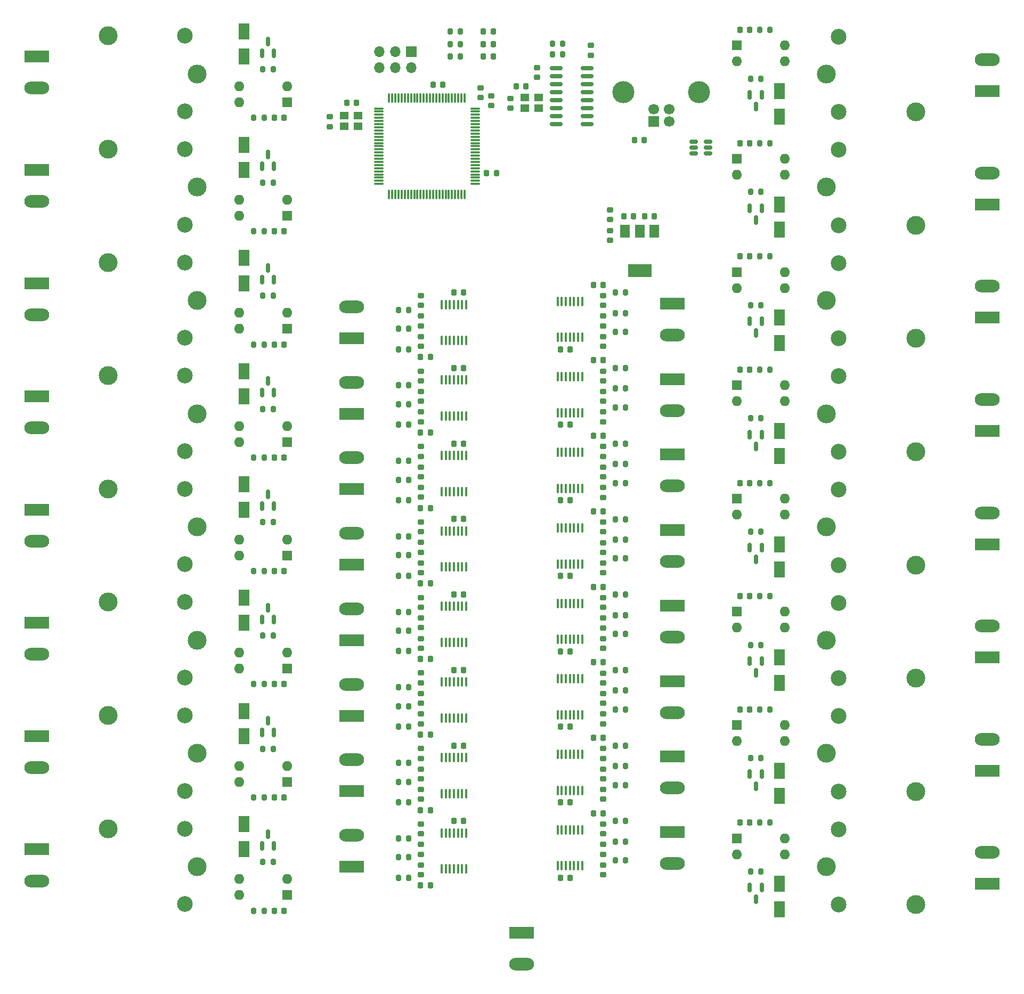
<source format=gbr>
%TF.GenerationSoftware,KiCad,Pcbnew,(6.0.7-1)-1*%
%TF.CreationDate,2023-01-13T01:44:41+01:00*%
%TF.ProjectId,Astraveus_Testtech,41737472-6176-4657-9573-5f5465737474,0.1*%
%TF.SameCoordinates,Original*%
%TF.FileFunction,Soldermask,Top*%
%TF.FilePolarity,Negative*%
%FSLAX46Y46*%
G04 Gerber Fmt 4.6, Leading zero omitted, Abs format (unit mm)*
G04 Created by KiCad (PCBNEW (6.0.7-1)-1) date 2023-01-13 01:44:41*
%MOMM*%
%LPD*%
G01*
G04 APERTURE LIST*
G04 Aperture macros list*
%AMRoundRect*
0 Rectangle with rounded corners*
0 $1 Rounding radius*
0 $2 $3 $4 $5 $6 $7 $8 $9 X,Y pos of 4 corners*
0 Add a 4 corners polygon primitive as box body*
4,1,4,$2,$3,$4,$5,$6,$7,$8,$9,$2,$3,0*
0 Add four circle primitives for the rounded corners*
1,1,$1+$1,$2,$3*
1,1,$1+$1,$4,$5*
1,1,$1+$1,$6,$7*
1,1,$1+$1,$8,$9*
0 Add four rect primitives between the rounded corners*
20,1,$1+$1,$2,$3,$4,$5,0*
20,1,$1+$1,$4,$5,$6,$7,0*
20,1,$1+$1,$6,$7,$8,$9,0*
20,1,$1+$1,$8,$9,$2,$3,0*%
G04 Aperture macros list end*
%ADD10RoundRect,0.225000X-0.225000X-0.250000X0.225000X-0.250000X0.225000X0.250000X-0.225000X0.250000X0*%
%ADD11RoundRect,0.225000X0.250000X-0.225000X0.250000X0.225000X-0.250000X0.225000X-0.250000X-0.225000X0*%
%ADD12RoundRect,0.200000X0.200000X0.275000X-0.200000X0.275000X-0.200000X-0.275000X0.200000X-0.275000X0*%
%ADD13R,3.960000X1.980000*%
%ADD14O,3.960000X1.980000*%
%ADD15C,3.000000*%
%ADD16C,2.500000*%
%ADD17RoundRect,0.225000X-0.250000X0.225000X-0.250000X-0.225000X0.250000X-0.225000X0.250000X0.225000X0*%
%ADD18RoundRect,0.218750X-0.218750X-0.256250X0.218750X-0.256250X0.218750X0.256250X-0.218750X0.256250X0*%
%ADD19RoundRect,0.218750X0.218750X0.256250X-0.218750X0.256250X-0.218750X-0.256250X0.218750X-0.256250X0*%
%ADD20RoundRect,0.200000X-0.200000X-0.275000X0.200000X-0.275000X0.200000X0.275000X-0.200000X0.275000X0*%
%ADD21R,1.600000X1.600000*%
%ADD22O,1.600000X1.600000*%
%ADD23RoundRect,0.150000X-0.150000X0.587500X-0.150000X-0.587500X0.150000X-0.587500X0.150000X0.587500X0*%
%ADD24R,1.700000X1.700000*%
%ADD25C,1.700000*%
%ADD26C,3.500000*%
%ADD27RoundRect,0.225000X0.225000X0.250000X-0.225000X0.250000X-0.225000X-0.250000X0.225000X-0.250000X0*%
%ADD28RoundRect,0.100000X-0.100000X0.637500X-0.100000X-0.637500X0.100000X-0.637500X0.100000X0.637500X0*%
%ADD29RoundRect,0.150000X0.150000X-0.587500X0.150000X0.587500X-0.150000X0.587500X-0.150000X-0.587500X0*%
%ADD30RoundRect,0.100000X0.100000X-0.637500X0.100000X0.637500X-0.100000X0.637500X-0.100000X-0.637500X0*%
%ADD31R,1.800000X2.500000*%
%ADD32RoundRect,0.150000X-0.825000X-0.150000X0.825000X-0.150000X0.825000X0.150000X-0.825000X0.150000X0*%
%ADD33R,1.400000X1.200000*%
%ADD34R,1.500000X2.000000*%
%ADD35R,3.800000X2.000000*%
%ADD36RoundRect,0.150000X-0.512500X-0.150000X0.512500X-0.150000X0.512500X0.150000X-0.512500X0.150000X0*%
%ADD37RoundRect,0.075000X-0.075000X0.662500X-0.075000X-0.662500X0.075000X-0.662500X0.075000X0.662500X0*%
%ADD38RoundRect,0.075000X-0.662500X0.075000X-0.662500X-0.075000X0.662500X-0.075000X0.662500X0.075000X0*%
%ADD39O,1.700000X1.700000*%
G04 APERTURE END LIST*
D10*
%TO.C,C14*%
X126300000Y-86650000D03*
X127850000Y-86650000D03*
%TD*%
D11*
%TO.C,C85*%
X119718750Y-172787500D03*
X119718750Y-171237500D03*
%TD*%
D12*
%TO.C,R75*%
X67325000Y-153250000D03*
X65675000Y-153250000D03*
%TD*%
D13*
%TO.C,J27*%
X180750000Y-120750000D03*
D14*
X180750000Y-115750000D03*
%TD*%
D13*
%TO.C,J9*%
X130718750Y-124500000D03*
D14*
X130718750Y-129500000D03*
%TD*%
D15*
%TO.C,K11*%
X55250000Y-154000000D03*
D16*
X53300000Y-147950000D03*
D15*
X41100000Y-147950000D03*
D16*
X53300000Y-159950000D03*
%TD*%
D12*
%TO.C,R39*%
X123293750Y-165012500D03*
X121643750Y-165012500D03*
%TD*%
D13*
%TO.C,J26*%
X29750000Y-115250000D03*
D14*
X29750000Y-120250000D03*
%TD*%
D12*
%TO.C,R66*%
X65875000Y-125000000D03*
X64225000Y-125000000D03*
%TD*%
D11*
%TO.C,C11*%
X105000000Y-69475000D03*
X105000000Y-67925000D03*
%TD*%
D17*
%TO.C,C70*%
X90779879Y-165725000D03*
X90779879Y-167275000D03*
%TD*%
D18*
%TO.C,D2*%
X100712500Y-59250000D03*
X102287500Y-59250000D03*
%TD*%
D13*
%TO.C,J5*%
X130718750Y-100500000D03*
D14*
X130718750Y-105500000D03*
%TD*%
D19*
%TO.C,D29*%
X69037500Y-179000000D03*
X67462500Y-179000000D03*
%TD*%
D20*
%TO.C,R8*%
X87204879Y-107750000D03*
X88854879Y-107750000D03*
%TD*%
D11*
%TO.C,C73*%
X119718750Y-167287500D03*
X119718750Y-165737500D03*
%TD*%
D21*
%TO.C,U25*%
X69500000Y-104525000D03*
D22*
X69500000Y-101985000D03*
X61880000Y-101985000D03*
X61880000Y-104525000D03*
%TD*%
D21*
%TO.C,U35*%
X69500000Y-194525000D03*
D22*
X69500000Y-191985000D03*
X61880000Y-191985000D03*
X61880000Y-194525000D03*
%TD*%
D20*
%TO.C,R80*%
X144625000Y-165000000D03*
X146275000Y-165000000D03*
%TD*%
D23*
%TO.C,Q8*%
X144950000Y-121312500D03*
X143050000Y-121312500D03*
X144000000Y-123187500D03*
%TD*%
D13*
%TO.C,J24*%
X29750000Y-97250000D03*
D14*
X29750000Y-102250000D03*
%TD*%
D21*
%TO.C,U33*%
X69500000Y-176525000D03*
D22*
X69500000Y-173985000D03*
X61880000Y-173985000D03*
X61880000Y-176525000D03*
%TD*%
D12*
%TO.C,R17*%
X123293750Y-110762500D03*
X121643750Y-110762500D03*
%TD*%
D24*
%TO.C,J2*%
X127750000Y-71577500D03*
D25*
X130250000Y-71577500D03*
X130250000Y-69577500D03*
X127750000Y-69577500D03*
D26*
X135020000Y-66867500D03*
X122980000Y-66867500D03*
%TD*%
D11*
%TO.C,C9*%
X117750000Y-61025000D03*
X117750000Y-59475000D03*
%TD*%
D12*
%TO.C,R35*%
X123293750Y-146762500D03*
X121643750Y-146762500D03*
%TD*%
D11*
%TO.C,C3*%
X100250000Y-67750000D03*
X100250000Y-66200000D03*
%TD*%
D17*
%TO.C,C49*%
X90779879Y-138475000D03*
X90779879Y-140025000D03*
%TD*%
D19*
%TO.C,D33*%
X69037500Y-197000000D03*
X67462500Y-197000000D03*
%TD*%
D20*
%TO.C,R6*%
X87204879Y-101500000D03*
X88854879Y-101500000D03*
%TD*%
D12*
%TO.C,R55*%
X67325000Y-63250000D03*
X65675000Y-63250000D03*
%TD*%
D20*
%TO.C,R24*%
X87204879Y-137500000D03*
X88854879Y-137500000D03*
%TD*%
%TO.C,R49*%
X87204879Y-188500000D03*
X88854879Y-188500000D03*
%TD*%
D12*
%TO.C,R40*%
X123293750Y-162012500D03*
X121643750Y-162012500D03*
%TD*%
D20*
%TO.C,R73*%
X143175000Y-136750000D03*
X144825000Y-136750000D03*
%TD*%
D12*
%TO.C,R70*%
X65875000Y-143000000D03*
X64225000Y-143000000D03*
%TD*%
D11*
%TO.C,C65*%
X119718750Y-148787500D03*
X119718750Y-147237500D03*
%TD*%
D20*
%TO.C,R2*%
X111662500Y-59175000D03*
X113312500Y-59175000D03*
%TD*%
D27*
%TO.C,C4*%
X94250000Y-65735000D03*
X92700000Y-65735000D03*
%TD*%
D12*
%TO.C,R27*%
X123293750Y-141012500D03*
X121643750Y-141012500D03*
%TD*%
D28*
%TO.C,U5*%
X97979879Y-100637500D03*
X97329879Y-100637500D03*
X96679879Y-100637500D03*
X96029879Y-100637500D03*
X95379879Y-100637500D03*
X94729879Y-100637500D03*
X94079879Y-100637500D03*
X94079879Y-106362500D03*
X94729879Y-106362500D03*
X95379879Y-106362500D03*
X96029879Y-106362500D03*
X96679879Y-106362500D03*
X97329879Y-106362500D03*
X97979879Y-106362500D03*
%TD*%
D18*
%TO.C,D11*%
X141462500Y-75000000D03*
X143037500Y-75000000D03*
%TD*%
D29*
%TO.C,Q1*%
X65550000Y-60687500D03*
X67450000Y-60687500D03*
X66500000Y-58812500D03*
%TD*%
D17*
%TO.C,C40*%
X90779879Y-129725000D03*
X90779879Y-131275000D03*
%TD*%
D21*
%TO.C,U28*%
X141000000Y-113475000D03*
D22*
X141000000Y-116015000D03*
X148620000Y-116015000D03*
X148620000Y-113475000D03*
%TD*%
D10*
%TO.C,C57*%
X90725000Y-157000000D03*
X92275000Y-157000000D03*
%TD*%
D20*
%TO.C,R64*%
X144625000Y-93000000D03*
X146275000Y-93000000D03*
%TD*%
D12*
%TO.C,R29*%
X123293750Y-134762500D03*
X121643750Y-134762500D03*
%TD*%
D11*
%TO.C,C44*%
X119718750Y-128037500D03*
X119718750Y-126487500D03*
%TD*%
D15*
%TO.C,K9*%
X55250000Y-136000000D03*
D16*
X53300000Y-129950000D03*
D15*
X41100000Y-129950000D03*
D16*
X53300000Y-141950000D03*
%TD*%
D13*
%TO.C,J11*%
X130718750Y-136500000D03*
D14*
X130718750Y-141500000D03*
%TD*%
D20*
%TO.C,R37*%
X87204879Y-164500000D03*
X88854879Y-164500000D03*
%TD*%
D29*
%TO.C,Q15*%
X65550000Y-186687500D03*
X67450000Y-186687500D03*
X66500000Y-184812500D03*
%TD*%
D21*
%TO.C,U22*%
X141000000Y-59475000D03*
D22*
X141000000Y-62015000D03*
X148620000Y-62015000D03*
X148620000Y-59475000D03*
%TD*%
D30*
%TO.C,U10*%
X112518750Y-129875000D03*
X113168750Y-129875000D03*
X113818750Y-129875000D03*
X114468750Y-129875000D03*
X115118750Y-129875000D03*
X115768750Y-129875000D03*
X116418750Y-129875000D03*
X116418750Y-124150000D03*
X115768750Y-124150000D03*
X115118750Y-124150000D03*
X114468750Y-124150000D03*
X113818750Y-124150000D03*
X113168750Y-124150000D03*
X112518750Y-124150000D03*
%TD*%
D15*
%TO.C,K13*%
X55250000Y-172000000D03*
D16*
X53300000Y-165950000D03*
D15*
X41100000Y-165950000D03*
D16*
X53300000Y-177950000D03*
%TD*%
D11*
%TO.C,C23*%
X119718750Y-107287500D03*
X119718750Y-105737500D03*
%TD*%
D15*
%TO.C,K8*%
X155250000Y-118000000D03*
D16*
X157200000Y-124050000D03*
D15*
X169400000Y-124050000D03*
D16*
X157200000Y-112050000D03*
%TD*%
D27*
%TO.C,C72*%
X119773629Y-157512500D03*
X118223629Y-157512500D03*
%TD*%
D11*
%TO.C,C54*%
X119718750Y-140037500D03*
X119718750Y-138487500D03*
%TD*%
D15*
%TO.C,K5*%
X55250000Y-100000000D03*
D16*
X53300000Y-93950000D03*
D15*
X41100000Y-93950000D03*
D16*
X53300000Y-105950000D03*
%TD*%
D10*
%TO.C,C17*%
X90725000Y-109000000D03*
X92275000Y-109000000D03*
%TD*%
D27*
%TO.C,C36*%
X97554879Y-122750000D03*
X96004879Y-122750000D03*
%TD*%
D12*
%TO.C,R28*%
X123293750Y-138012500D03*
X121643750Y-138012500D03*
%TD*%
%TO.C,R58*%
X65875000Y-89000000D03*
X64225000Y-89000000D03*
%TD*%
D18*
%TO.C,D3*%
X100712500Y-57250000D03*
X102287500Y-57250000D03*
%TD*%
D28*
%TO.C,U15*%
X97979879Y-160637500D03*
X97329879Y-160637500D03*
X96679879Y-160637500D03*
X96029879Y-160637500D03*
X95379879Y-160637500D03*
X94729879Y-160637500D03*
X94079879Y-160637500D03*
X94079879Y-166362500D03*
X94729879Y-166362500D03*
X95379879Y-166362500D03*
X96029879Y-166362500D03*
X96679879Y-166362500D03*
X97329879Y-166362500D03*
X97979879Y-166362500D03*
%TD*%
D27*
%TO.C,C7*%
X126275000Y-74500000D03*
X124725000Y-74500000D03*
%TD*%
D12*
%TO.C,R82*%
X65875000Y-197000000D03*
X64225000Y-197000000D03*
%TD*%
D11*
%TO.C,C75*%
X119718750Y-160787500D03*
X119718750Y-159237500D03*
%TD*%
D10*
%TO.C,C37*%
X90725000Y-133000000D03*
X92275000Y-133000000D03*
%TD*%
%TO.C,C41*%
X112943750Y-131762500D03*
X114493750Y-131762500D03*
%TD*%
D17*
%TO.C,C69*%
X90779879Y-162475000D03*
X90779879Y-164025000D03*
%TD*%
%TO.C,C59*%
X90779879Y-150475000D03*
X90779879Y-152025000D03*
%TD*%
D13*
%TO.C,J3*%
X106750000Y-200485000D03*
D14*
X106750000Y-205485000D03*
%TD*%
D12*
%TO.C,R83*%
X67325000Y-189250000D03*
X65675000Y-189250000D03*
%TD*%
D31*
%TO.C,D10*%
X147800000Y-84750000D03*
X147800000Y-88750000D03*
%TD*%
%TO.C,D18*%
X147800000Y-120750000D03*
X147800000Y-124750000D03*
%TD*%
D27*
%TO.C,C10*%
X107500000Y-65950000D03*
X105950000Y-65950000D03*
%TD*%
D31*
%TO.C,D34*%
X147800000Y-192750000D03*
X147800000Y-196750000D03*
%TD*%
D29*
%TO.C,Q3*%
X65550000Y-78687500D03*
X67450000Y-78687500D03*
X66500000Y-76812500D03*
%TD*%
D20*
%TO.C,R65*%
X143175000Y-100750000D03*
X144825000Y-100750000D03*
%TD*%
D13*
%TO.C,J23*%
X180750000Y-84750000D03*
D14*
X180750000Y-79750000D03*
%TD*%
D20*
%TO.C,R81*%
X143175000Y-172750000D03*
X144825000Y-172750000D03*
%TD*%
D13*
%TO.C,J16*%
X79779879Y-178012500D03*
D14*
X79779879Y-173012500D03*
%TD*%
D31*
%TO.C,D6*%
X147800000Y-66750000D03*
X147800000Y-70750000D03*
%TD*%
D13*
%TO.C,J28*%
X29750000Y-133250000D03*
D14*
X29750000Y-138250000D03*
%TD*%
D28*
%TO.C,U17*%
X97979879Y-172637500D03*
X97329879Y-172637500D03*
X96679879Y-172637500D03*
X96029879Y-172637500D03*
X95379879Y-172637500D03*
X94729879Y-172637500D03*
X94079879Y-172637500D03*
X94079879Y-178362500D03*
X94729879Y-178362500D03*
X95379879Y-178362500D03*
X96029879Y-178362500D03*
X96679879Y-178362500D03*
X97329879Y-178362500D03*
X97979879Y-178362500D03*
%TD*%
D17*
%TO.C,C1*%
X102000000Y-67475000D03*
X102000000Y-69025000D03*
%TD*%
D21*
%TO.C,U23*%
X69500000Y-86525000D03*
D22*
X69500000Y-83985000D03*
X61880000Y-83985000D03*
X61880000Y-86525000D03*
%TD*%
D20*
%TO.C,R30*%
X87204879Y-149500000D03*
X88854879Y-149500000D03*
%TD*%
D13*
%TO.C,J14*%
X79779879Y-166012500D03*
D14*
X79779879Y-161012500D03*
%TD*%
D27*
%TO.C,C42*%
X119773629Y-121512500D03*
X118223629Y-121512500D03*
%TD*%
D13*
%TO.C,J7*%
X130718750Y-112500000D03*
D14*
X130718750Y-117500000D03*
%TD*%
D23*
%TO.C,Q16*%
X144950000Y-193312500D03*
X143050000Y-193312500D03*
X144000000Y-195187500D03*
%TD*%
D11*
%TO.C,C25*%
X119718750Y-100787500D03*
X119718750Y-99237500D03*
%TD*%
D13*
%TO.C,J30*%
X29750000Y-151250000D03*
D14*
X29750000Y-156250000D03*
%TD*%
D12*
%TO.C,R45*%
X123293750Y-177012500D03*
X121643750Y-177012500D03*
%TD*%
D27*
%TO.C,C6*%
X80550000Y-68600000D03*
X79000000Y-68600000D03*
%TD*%
D20*
%TO.C,R56*%
X144625000Y-57000000D03*
X146275000Y-57000000D03*
%TD*%
D21*
%TO.C,U27*%
X69500000Y-122525000D03*
D22*
X69500000Y-119985000D03*
X61880000Y-119985000D03*
X61880000Y-122525000D03*
%TD*%
D11*
%TO.C,C45*%
X119718750Y-124787500D03*
X119718750Y-123237500D03*
%TD*%
D21*
%TO.C,U26*%
X141000000Y-95475000D03*
D22*
X141000000Y-98015000D03*
X148620000Y-98015000D03*
X148620000Y-95475000D03*
%TD*%
D11*
%TO.C,C24*%
X119718750Y-104037500D03*
X119718750Y-102487500D03*
%TD*%
D17*
%TO.C,C18*%
X90779879Y-99225000D03*
X90779879Y-100775000D03*
%TD*%
D23*
%TO.C,Q4*%
X144950000Y-85312500D03*
X143050000Y-85312500D03*
X144000000Y-87187500D03*
%TD*%
D31*
%TO.C,D8*%
X62700000Y-79250000D03*
X62700000Y-75250000D03*
%TD*%
D27*
%TO.C,C52*%
X119773629Y-133512500D03*
X118223629Y-133512500D03*
%TD*%
D11*
%TO.C,C33*%
X119718750Y-119287500D03*
X119718750Y-117737500D03*
%TD*%
D17*
%TO.C,C90*%
X90779879Y-189725000D03*
X90779879Y-191275000D03*
%TD*%
D10*
%TO.C,C77*%
X90725000Y-181000000D03*
X92275000Y-181000000D03*
%TD*%
D20*
%TO.C,R42*%
X87204879Y-173500000D03*
X88854879Y-173500000D03*
%TD*%
D28*
%TO.C,U19*%
X97979879Y-184637500D03*
X97329879Y-184637500D03*
X96679879Y-184637500D03*
X96029879Y-184637500D03*
X95379879Y-184637500D03*
X94729879Y-184637500D03*
X94079879Y-184637500D03*
X94079879Y-190362500D03*
X94729879Y-190362500D03*
X95379879Y-190362500D03*
X96029879Y-190362500D03*
X96679879Y-190362500D03*
X97329879Y-190362500D03*
X97979879Y-190362500D03*
%TD*%
D20*
%TO.C,R69*%
X143175000Y-118750000D03*
X144825000Y-118750000D03*
%TD*%
D17*
%TO.C,C58*%
X90779879Y-147225000D03*
X90779879Y-148775000D03*
%TD*%
D12*
%TO.C,R67*%
X67325000Y-117250000D03*
X65675000Y-117250000D03*
%TD*%
%TO.C,R59*%
X67325000Y-81250000D03*
X65675000Y-81250000D03*
%TD*%
D15*
%TO.C,K7*%
X55250000Y-118000000D03*
D16*
X53300000Y-111950000D03*
D15*
X41100000Y-111950000D03*
D16*
X53300000Y-123950000D03*
%TD*%
D17*
%TO.C,C12*%
X120800000Y-88900000D03*
X120800000Y-90450000D03*
%TD*%
D29*
%TO.C,Q13*%
X65550000Y-168687500D03*
X67450000Y-168687500D03*
X66500000Y-166812500D03*
%TD*%
D17*
%TO.C,C20*%
X90779879Y-105725000D03*
X90779879Y-107275000D03*
%TD*%
D11*
%TO.C,C34*%
X119718750Y-116037500D03*
X119718750Y-114487500D03*
%TD*%
D23*
%TO.C,Q6*%
X144950000Y-103312500D03*
X143050000Y-103312500D03*
X144000000Y-105187500D03*
%TD*%
D13*
%TO.C,J31*%
X180750000Y-156750000D03*
D14*
X180750000Y-151750000D03*
%TD*%
D20*
%TO.C,R18*%
X87204879Y-125500000D03*
X88854879Y-125500000D03*
%TD*%
D13*
%TO.C,J20*%
X29750000Y-61250000D03*
D14*
X29750000Y-66250000D03*
%TD*%
D29*
%TO.C,Q5*%
X65550000Y-96687500D03*
X67450000Y-96687500D03*
X66500000Y-94812500D03*
%TD*%
D10*
%TO.C,C51*%
X112943750Y-143762500D03*
X114493750Y-143762500D03*
%TD*%
D27*
%TO.C,C15*%
X124575000Y-86650000D03*
X123025000Y-86650000D03*
%TD*%
D18*
%TO.C,D1*%
X100712500Y-61250000D03*
X102287500Y-61250000D03*
%TD*%
D17*
%TO.C,C28*%
X90779879Y-111225000D03*
X90779879Y-112775000D03*
%TD*%
D12*
%TO.C,R53*%
X123293750Y-182762500D03*
X121643750Y-182762500D03*
%TD*%
D13*
%TO.C,J6*%
X79779879Y-118012500D03*
D14*
X79779879Y-113012500D03*
%TD*%
D12*
%TO.C,R16*%
X123293750Y-114012500D03*
X121643750Y-114012500D03*
%TD*%
D31*
%TO.C,D14*%
X147800000Y-102750000D03*
X147800000Y-106750000D03*
%TD*%
D10*
%TO.C,C47*%
X90725000Y-145000000D03*
X92275000Y-145000000D03*
%TD*%
D12*
%TO.C,R74*%
X65875000Y-161000000D03*
X64225000Y-161000000D03*
%TD*%
D27*
%TO.C,C86*%
X97554879Y-182750000D03*
X96004879Y-182750000D03*
%TD*%
D20*
%TO.C,R14*%
X87204879Y-119750000D03*
X88854879Y-119750000D03*
%TD*%
%TO.C,R12*%
X87204879Y-113500000D03*
X88854879Y-113500000D03*
%TD*%
%TO.C,R76*%
X144625000Y-147000000D03*
X146275000Y-147000000D03*
%TD*%
D13*
%TO.C,J29*%
X180750000Y-138750000D03*
D14*
X180750000Y-133750000D03*
%TD*%
D19*
%TO.C,D13*%
X69037500Y-107000000D03*
X67462500Y-107000000D03*
%TD*%
D15*
%TO.C,K1*%
X55250000Y-64000000D03*
D16*
X53300000Y-57950000D03*
D15*
X41100000Y-57950000D03*
D16*
X53300000Y-69950000D03*
%TD*%
D30*
%TO.C,U8*%
X112518750Y-117875000D03*
X113168750Y-117875000D03*
X113818750Y-117875000D03*
X114468750Y-117875000D03*
X115118750Y-117875000D03*
X115768750Y-117875000D03*
X116418750Y-117875000D03*
X116418750Y-112150000D03*
X115768750Y-112150000D03*
X115118750Y-112150000D03*
X114468750Y-112150000D03*
X113818750Y-112150000D03*
X113168750Y-112150000D03*
X112518750Y-112150000D03*
%TD*%
D28*
%TO.C,U9*%
X97979879Y-124637500D03*
X97329879Y-124637500D03*
X96679879Y-124637500D03*
X96029879Y-124637500D03*
X95379879Y-124637500D03*
X94729879Y-124637500D03*
X94079879Y-124637500D03*
X94079879Y-130362500D03*
X94729879Y-130362500D03*
X95379879Y-130362500D03*
X96029879Y-130362500D03*
X96679879Y-130362500D03*
X97329879Y-130362500D03*
X97979879Y-130362500D03*
%TD*%
D13*
%TO.C,J34*%
X29750000Y-187250000D03*
D14*
X29750000Y-192250000D03*
%TD*%
D12*
%TO.C,R63*%
X67325000Y-99250000D03*
X65675000Y-99250000D03*
%TD*%
D27*
%TO.C,C66*%
X97554879Y-158750000D03*
X96004879Y-158750000D03*
%TD*%
D31*
%TO.C,D16*%
X62700000Y-115250000D03*
X62700000Y-111250000D03*
%TD*%
D12*
%TO.C,R78*%
X65875000Y-179000000D03*
X64225000Y-179000000D03*
%TD*%
%TO.C,R47*%
X123293750Y-170762500D03*
X121643750Y-170762500D03*
%TD*%
D27*
%TO.C,C82*%
X119773629Y-169512500D03*
X118223629Y-169512500D03*
%TD*%
D13*
%TO.C,J22*%
X29750000Y-79250000D03*
D14*
X29750000Y-84250000D03*
%TD*%
D11*
%TO.C,C93*%
X119718750Y-191287500D03*
X119718750Y-189737500D03*
%TD*%
D29*
%TO.C,Q7*%
X65550000Y-114687500D03*
X67450000Y-114687500D03*
X66500000Y-112812500D03*
%TD*%
D13*
%TO.C,J19*%
X130718750Y-184500000D03*
D14*
X130718750Y-189500000D03*
%TD*%
D20*
%TO.C,R84*%
X144625000Y-183000000D03*
X146275000Y-183000000D03*
%TD*%
D27*
%TO.C,C32*%
X119773629Y-109512500D03*
X118223629Y-109512500D03*
%TD*%
D19*
%TO.C,D9*%
X69037500Y-89000000D03*
X67462500Y-89000000D03*
%TD*%
D13*
%TO.C,J35*%
X180750000Y-192750000D03*
D14*
X180750000Y-187750000D03*
%TD*%
D13*
%TO.C,J21*%
X180750000Y-66749999D03*
D14*
X180750000Y-61749999D03*
%TD*%
D23*
%TO.C,Q10*%
X144950000Y-139312500D03*
X143050000Y-139312500D03*
X144000000Y-141187500D03*
%TD*%
D21*
%TO.C,U24*%
X141000000Y-77475000D03*
D22*
X141000000Y-80015000D03*
X148620000Y-80015000D03*
X148620000Y-77475000D03*
%TD*%
D27*
%TO.C,C62*%
X119773629Y-145512500D03*
X118223629Y-145512500D03*
%TD*%
D17*
%TO.C,C48*%
X90779879Y-135225000D03*
X90779879Y-136775000D03*
%TD*%
%TO.C,C19*%
X90779879Y-102475000D03*
X90779879Y-104025000D03*
%TD*%
D11*
%TO.C,C5*%
X76300000Y-72375000D03*
X76300000Y-70825000D03*
%TD*%
D17*
%TO.C,C29*%
X90779879Y-114475000D03*
X90779879Y-116025000D03*
%TD*%
D21*
%TO.C,U30*%
X141000000Y-131475000D03*
D22*
X141000000Y-134015000D03*
X148620000Y-134015000D03*
X148620000Y-131475000D03*
%TD*%
D11*
%TO.C,C53*%
X119718750Y-143287500D03*
X119718750Y-141737500D03*
%TD*%
D10*
%TO.C,C31*%
X112943750Y-119762500D03*
X114493750Y-119762500D03*
%TD*%
D21*
%TO.C,U34*%
X141000000Y-167475000D03*
D22*
X141000000Y-170015000D03*
X148620000Y-170015000D03*
X148620000Y-167475000D03*
%TD*%
D20*
%TO.C,R38*%
X87204879Y-167750000D03*
X88854879Y-167750000D03*
%TD*%
D15*
%TO.C,K4*%
X155250000Y-82000000D03*
D16*
X157200000Y-88050000D03*
D15*
X169400000Y-88050000D03*
D16*
X157200000Y-76050000D03*
%TD*%
D32*
%TO.C,U2*%
X112262500Y-63055000D03*
X112262500Y-64325000D03*
X112262500Y-65595000D03*
X112262500Y-66865000D03*
X112262500Y-68135000D03*
X112262500Y-69405000D03*
X112262500Y-70675000D03*
X112262500Y-71945000D03*
X117212500Y-71945000D03*
X117212500Y-70675000D03*
X117212500Y-69405000D03*
X117212500Y-68135000D03*
X117212500Y-66865000D03*
X117212500Y-65595000D03*
X117212500Y-64325000D03*
X117212500Y-63055000D03*
%TD*%
D31*
%TO.C,D20*%
X62700000Y-133250000D03*
X62700000Y-129250000D03*
%TD*%
D15*
%TO.C,K12*%
X155250000Y-154000000D03*
D16*
X157200000Y-160050000D03*
D15*
X169400000Y-160050000D03*
D16*
X157200000Y-148050000D03*
%TD*%
D11*
%TO.C,C43*%
X119718750Y-131287500D03*
X119718750Y-129737500D03*
%TD*%
%TO.C,C8*%
X109250000Y-64525000D03*
X109250000Y-62975000D03*
%TD*%
D20*
%TO.C,R36*%
X87204879Y-161500000D03*
X88854879Y-161500000D03*
%TD*%
D11*
%TO.C,C64*%
X119718750Y-152037500D03*
X119718750Y-150487500D03*
%TD*%
D20*
%TO.C,R5*%
X95425000Y-57250000D03*
X97075000Y-57250000D03*
%TD*%
D28*
%TO.C,U7*%
X97979879Y-112637500D03*
X97329879Y-112637500D03*
X96679879Y-112637500D03*
X96029879Y-112637500D03*
X95379879Y-112637500D03*
X94729879Y-112637500D03*
X94079879Y-112637500D03*
X94079879Y-118362500D03*
X94729879Y-118362500D03*
X95379879Y-118362500D03*
X96029879Y-118362500D03*
X96679879Y-118362500D03*
X97329879Y-118362500D03*
X97979879Y-118362500D03*
%TD*%
D27*
%TO.C,C56*%
X97554879Y-146750000D03*
X96004879Y-146750000D03*
%TD*%
D10*
%TO.C,C87*%
X90725000Y-193000000D03*
X92275000Y-193000000D03*
%TD*%
D28*
%TO.C,U13*%
X97979879Y-148637500D03*
X97329879Y-148637500D03*
X96679879Y-148637500D03*
X96029879Y-148637500D03*
X95379879Y-148637500D03*
X94729879Y-148637500D03*
X94079879Y-148637500D03*
X94079879Y-154362500D03*
X94729879Y-154362500D03*
X95379879Y-154362500D03*
X96029879Y-154362500D03*
X96679879Y-154362500D03*
X97329879Y-154362500D03*
X97979879Y-154362500D03*
%TD*%
D31*
%TO.C,D22*%
X147800000Y-138750000D03*
X147800000Y-142750000D03*
%TD*%
D11*
%TO.C,C83*%
X119718750Y-179287500D03*
X119718750Y-177737500D03*
%TD*%
D29*
%TO.C,Q11*%
X65550000Y-150687500D03*
X67450000Y-150687500D03*
X66500000Y-148812500D03*
%TD*%
D21*
%TO.C,U32*%
X141000000Y-149475000D03*
D22*
X141000000Y-152015000D03*
X148620000Y-152015000D03*
X148620000Y-149475000D03*
%TD*%
D30*
%TO.C,U12*%
X112518750Y-141875000D03*
X113168750Y-141875000D03*
X113818750Y-141875000D03*
X114468750Y-141875000D03*
X115118750Y-141875000D03*
X115768750Y-141875000D03*
X116418750Y-141875000D03*
X116418750Y-136150000D03*
X115768750Y-136150000D03*
X115118750Y-136150000D03*
X114468750Y-136150000D03*
X113818750Y-136150000D03*
X113168750Y-136150000D03*
X112518750Y-136150000D03*
%TD*%
D19*
%TO.C,D5*%
X69037500Y-71000000D03*
X67462500Y-71000000D03*
%TD*%
D30*
%TO.C,U20*%
X112518750Y-189875000D03*
X113168750Y-189875000D03*
X113818750Y-189875000D03*
X114468750Y-189875000D03*
X115118750Y-189875000D03*
X115768750Y-189875000D03*
X116418750Y-189875000D03*
X116418750Y-184150000D03*
X115768750Y-184150000D03*
X115118750Y-184150000D03*
X114468750Y-184150000D03*
X113818750Y-184150000D03*
X113168750Y-184150000D03*
X112518750Y-184150000D03*
%TD*%
D10*
%TO.C,C71*%
X112943750Y-167762500D03*
X114493750Y-167762500D03*
%TD*%
D20*
%TO.C,R50*%
X87204879Y-191750000D03*
X88854879Y-191750000D03*
%TD*%
D31*
%TO.C,D4*%
X62700000Y-61250000D03*
X62700000Y-57250000D03*
%TD*%
D27*
%TO.C,C76*%
X97554879Y-170750000D03*
X96004879Y-170750000D03*
%TD*%
D17*
%TO.C,C60*%
X90779879Y-153725000D03*
X90779879Y-155275000D03*
%TD*%
D12*
%TO.C,R34*%
X123293750Y-150012500D03*
X121643750Y-150012500D03*
%TD*%
D13*
%TO.C,J12*%
X79779879Y-154012500D03*
D14*
X79779879Y-149012500D03*
%TD*%
D30*
%TO.C,U6*%
X112518750Y-105875000D03*
X113168750Y-105875000D03*
X113818750Y-105875000D03*
X114468750Y-105875000D03*
X115118750Y-105875000D03*
X115768750Y-105875000D03*
X116418750Y-105875000D03*
X116418750Y-100150000D03*
X115768750Y-100150000D03*
X115118750Y-100150000D03*
X114468750Y-100150000D03*
X113818750Y-100150000D03*
X113168750Y-100150000D03*
X112518750Y-100150000D03*
%TD*%
D20*
%TO.C,R1*%
X111662500Y-60925000D03*
X113312500Y-60925000D03*
%TD*%
%TO.C,R13*%
X87204879Y-116500000D03*
X88854879Y-116500000D03*
%TD*%
%TO.C,R57*%
X143175000Y-64750000D03*
X144825000Y-64750000D03*
%TD*%
D29*
%TO.C,Q9*%
X65550000Y-132687500D03*
X67450000Y-132687500D03*
X66500000Y-130812500D03*
%TD*%
D20*
%TO.C,R20*%
X87204879Y-131750000D03*
X88854879Y-131750000D03*
%TD*%
%TO.C,R60*%
X144625000Y-75000000D03*
X146275000Y-75000000D03*
%TD*%
D11*
%TO.C,C13*%
X120800000Y-87150000D03*
X120800000Y-85600000D03*
%TD*%
D17*
%TO.C,C38*%
X90779879Y-123225000D03*
X90779879Y-124775000D03*
%TD*%
D11*
%TO.C,C94*%
X119718750Y-188037500D03*
X119718750Y-186487500D03*
%TD*%
D12*
%TO.C,R33*%
X123293750Y-153012500D03*
X121643750Y-153012500D03*
%TD*%
D31*
%TO.C,D12*%
X62700000Y-97250000D03*
X62700000Y-93250000D03*
%TD*%
D27*
%TO.C,C46*%
X97554879Y-134750000D03*
X96004879Y-134750000D03*
%TD*%
D13*
%TO.C,J25*%
X180750000Y-102750000D03*
D14*
X180750000Y-97750000D03*
%TD*%
D12*
%TO.C,R52*%
X123293750Y-186012500D03*
X121643750Y-186012500D03*
%TD*%
D10*
%TO.C,C21*%
X112943750Y-107762500D03*
X114493750Y-107762500D03*
%TD*%
D12*
%TO.C,R51*%
X123293750Y-189012500D03*
X121643750Y-189012500D03*
%TD*%
D33*
%TO.C,Y1*%
X80750000Y-70650000D03*
X78550000Y-70650000D03*
X78550000Y-72350000D03*
X80750000Y-72350000D03*
%TD*%
D13*
%TO.C,J10*%
X79779879Y-142012500D03*
D14*
X79779879Y-137012500D03*
%TD*%
D17*
%TO.C,C89*%
X90779879Y-186475000D03*
X90779879Y-188025000D03*
%TD*%
D33*
%TO.C,Y2*%
X109500000Y-67750000D03*
X107300000Y-67750000D03*
X107300000Y-69450000D03*
X109500000Y-69450000D03*
%TD*%
D18*
%TO.C,D19*%
X141462500Y-111000000D03*
X143037500Y-111000000D03*
%TD*%
D17*
%TO.C,C79*%
X90779879Y-174475000D03*
X90779879Y-176025000D03*
%TD*%
D13*
%TO.C,J15*%
X130718750Y-160500000D03*
D14*
X130718750Y-165500000D03*
%TD*%
D15*
%TO.C,K6*%
X155250000Y-100000000D03*
D16*
X157200000Y-106050000D03*
D15*
X169400000Y-106050000D03*
D16*
X157200000Y-94050000D03*
%TD*%
D12*
%TO.C,R10*%
X123293750Y-102012500D03*
X121643750Y-102012500D03*
%TD*%
D18*
%TO.C,D15*%
X141462500Y-93000000D03*
X143037500Y-93000000D03*
%TD*%
D21*
%TO.C,U31*%
X69500000Y-158525000D03*
D22*
X69500000Y-155985000D03*
X61880000Y-155985000D03*
X61880000Y-158525000D03*
%TD*%
D10*
%TO.C,C81*%
X112943750Y-179762500D03*
X114493750Y-179762500D03*
%TD*%
D23*
%TO.C,Q12*%
X144950000Y-157312500D03*
X143050000Y-157312500D03*
X144000000Y-159187500D03*
%TD*%
D27*
%TO.C,C22*%
X119773629Y-97512500D03*
X118223629Y-97512500D03*
%TD*%
D15*
%TO.C,K15*%
X55250000Y-190000000D03*
D16*
X53300000Y-183950000D03*
D15*
X41100000Y-183950000D03*
D16*
X53300000Y-195950000D03*
%TD*%
D18*
%TO.C,D23*%
X141462500Y-129000000D03*
X143037500Y-129000000D03*
%TD*%
D34*
%TO.C,U4*%
X127850000Y-89000000D03*
X125550000Y-89000000D03*
D35*
X125550000Y-95300000D03*
D34*
X123250000Y-89000000D03*
%TD*%
D13*
%TO.C,J33*%
X180750000Y-174750000D03*
D14*
X180750000Y-169750000D03*
%TD*%
D31*
%TO.C,D30*%
X147800000Y-174750000D03*
X147800000Y-178750000D03*
%TD*%
D12*
%TO.C,R71*%
X67325000Y-135250000D03*
X65675000Y-135250000D03*
%TD*%
D30*
%TO.C,U14*%
X112518750Y-153875000D03*
X113168750Y-153875000D03*
X113818750Y-153875000D03*
X114468750Y-153875000D03*
X115118750Y-153875000D03*
X115768750Y-153875000D03*
X116418750Y-153875000D03*
X116418750Y-148150000D03*
X115768750Y-148150000D03*
X115118750Y-148150000D03*
X114468750Y-148150000D03*
X113818750Y-148150000D03*
X113168750Y-148150000D03*
X112518750Y-148150000D03*
%TD*%
D20*
%TO.C,R61*%
X143175000Y-82750000D03*
X144825000Y-82750000D03*
%TD*%
D11*
%TO.C,C84*%
X119718750Y-176037500D03*
X119718750Y-174487500D03*
%TD*%
D12*
%TO.C,R62*%
X65875000Y-107000000D03*
X64225000Y-107000000D03*
%TD*%
D20*
%TO.C,R44*%
X87204879Y-179750000D03*
X88854879Y-179750000D03*
%TD*%
D11*
%TO.C,C55*%
X119718750Y-136787500D03*
X119718750Y-135237500D03*
%TD*%
D20*
%TO.C,R85*%
X143175000Y-190750000D03*
X144825000Y-190750000D03*
%TD*%
%TO.C,R3*%
X95425000Y-61250000D03*
X97075000Y-61250000D03*
%TD*%
D30*
%TO.C,U18*%
X112518750Y-177875000D03*
X113168750Y-177875000D03*
X113818750Y-177875000D03*
X114468750Y-177875000D03*
X115118750Y-177875000D03*
X115768750Y-177875000D03*
X116418750Y-177875000D03*
X116418750Y-172150000D03*
X115768750Y-172150000D03*
X115118750Y-172150000D03*
X114468750Y-172150000D03*
X113818750Y-172150000D03*
X113168750Y-172150000D03*
X112518750Y-172150000D03*
%TD*%
D36*
%TO.C,U1*%
X134112500Y-74756250D03*
X134112500Y-75706250D03*
X134112500Y-76656250D03*
X136387500Y-76656250D03*
X136387500Y-75706250D03*
X136387500Y-74756250D03*
%TD*%
D13*
%TO.C,J8*%
X79779879Y-130012500D03*
D14*
X79779879Y-125012500D03*
%TD*%
D18*
%TO.C,D31*%
X141462500Y-165000000D03*
X143037500Y-165000000D03*
%TD*%
D20*
%TO.C,R4*%
X95425000Y-59250000D03*
X97075000Y-59250000D03*
%TD*%
D12*
%TO.C,R22*%
X123293750Y-126012500D03*
X121643750Y-126012500D03*
%TD*%
D17*
%TO.C,C50*%
X90779879Y-141725000D03*
X90779879Y-143275000D03*
%TD*%
D20*
%TO.C,R77*%
X143175000Y-154750000D03*
X144825000Y-154750000D03*
%TD*%
D31*
%TO.C,D32*%
X62700000Y-187250000D03*
X62700000Y-183250000D03*
%TD*%
D37*
%TO.C,U3*%
X97725000Y-67822500D03*
X97225000Y-67822500D03*
X96725000Y-67822500D03*
X96225000Y-67822500D03*
X95725000Y-67822500D03*
X95225000Y-67822500D03*
X94725000Y-67822500D03*
X94225000Y-67822500D03*
X93725000Y-67822500D03*
X93225000Y-67822500D03*
X92725000Y-67822500D03*
X92225000Y-67822500D03*
X91725000Y-67822500D03*
X91225000Y-67822500D03*
X90725000Y-67822500D03*
X90225000Y-67822500D03*
X89725000Y-67822500D03*
X89225000Y-67822500D03*
X88725000Y-67822500D03*
X88225000Y-67822500D03*
X87725000Y-67822500D03*
X87225000Y-67822500D03*
X86725000Y-67822500D03*
X86225000Y-67822500D03*
X85725000Y-67822500D03*
D38*
X84062500Y-69485000D03*
X84062500Y-69985000D03*
X84062500Y-70485000D03*
X84062500Y-70985000D03*
X84062500Y-71485000D03*
X84062500Y-71985000D03*
X84062500Y-72485000D03*
X84062500Y-72985000D03*
X84062500Y-73485000D03*
X84062500Y-73985000D03*
X84062500Y-74485000D03*
X84062500Y-74985000D03*
X84062500Y-75485000D03*
X84062500Y-75985000D03*
X84062500Y-76485000D03*
X84062500Y-76985000D03*
X84062500Y-77485000D03*
X84062500Y-77985000D03*
X84062500Y-78485000D03*
X84062500Y-78985000D03*
X84062500Y-79485000D03*
X84062500Y-79985000D03*
X84062500Y-80485000D03*
X84062500Y-80985000D03*
X84062500Y-81485000D03*
D37*
X85725000Y-83147500D03*
X86225000Y-83147500D03*
X86725000Y-83147500D03*
X87225000Y-83147500D03*
X87725000Y-83147500D03*
X88225000Y-83147500D03*
X88725000Y-83147500D03*
X89225000Y-83147500D03*
X89725000Y-83147500D03*
X90225000Y-83147500D03*
X90725000Y-83147500D03*
X91225000Y-83147500D03*
X91725000Y-83147500D03*
X92225000Y-83147500D03*
X92725000Y-83147500D03*
X93225000Y-83147500D03*
X93725000Y-83147500D03*
X94225000Y-83147500D03*
X94725000Y-83147500D03*
X95225000Y-83147500D03*
X95725000Y-83147500D03*
X96225000Y-83147500D03*
X96725000Y-83147500D03*
X97225000Y-83147500D03*
X97725000Y-83147500D03*
D38*
X99387500Y-81485000D03*
X99387500Y-80985000D03*
X99387500Y-80485000D03*
X99387500Y-79985000D03*
X99387500Y-79485000D03*
X99387500Y-78985000D03*
X99387500Y-78485000D03*
X99387500Y-77985000D03*
X99387500Y-77485000D03*
X99387500Y-76985000D03*
X99387500Y-76485000D03*
X99387500Y-75985000D03*
X99387500Y-75485000D03*
X99387500Y-74985000D03*
X99387500Y-74485000D03*
X99387500Y-73985000D03*
X99387500Y-73485000D03*
X99387500Y-72985000D03*
X99387500Y-72485000D03*
X99387500Y-71985000D03*
X99387500Y-71485000D03*
X99387500Y-70985000D03*
X99387500Y-70485000D03*
X99387500Y-69985000D03*
X99387500Y-69485000D03*
%TD*%
D19*
%TO.C,D25*%
X69037500Y-161000000D03*
X67462500Y-161000000D03*
%TD*%
D15*
%TO.C,K16*%
X155250000Y-190000000D03*
D16*
X157200000Y-196050000D03*
D15*
X169400000Y-196050000D03*
D16*
X157200000Y-184050000D03*
%TD*%
D20*
%TO.C,R26*%
X87204879Y-143750000D03*
X88854879Y-143750000D03*
%TD*%
%TO.C,R25*%
X87204879Y-140500000D03*
X88854879Y-140500000D03*
%TD*%
D13*
%TO.C,J32*%
X29750000Y-169250000D03*
D14*
X29750000Y-174250000D03*
%TD*%
D20*
%TO.C,R31*%
X87204879Y-152500000D03*
X88854879Y-152500000D03*
%TD*%
D12*
%TO.C,R41*%
X123293750Y-158762500D03*
X121643750Y-158762500D03*
%TD*%
D21*
%TO.C,U21*%
X69500000Y-68525000D03*
D22*
X69500000Y-65985000D03*
X61880000Y-65985000D03*
X61880000Y-68525000D03*
%TD*%
D27*
%TO.C,C92*%
X119773629Y-181512500D03*
X118223629Y-181512500D03*
%TD*%
D11*
%TO.C,C35*%
X119718750Y-112787500D03*
X119718750Y-111237500D03*
%TD*%
D17*
%TO.C,C88*%
X90779879Y-183225000D03*
X90779879Y-184775000D03*
%TD*%
D28*
%TO.C,U11*%
X97979879Y-136637500D03*
X97329879Y-136637500D03*
X96679879Y-136637500D03*
X96029879Y-136637500D03*
X95379879Y-136637500D03*
X94729879Y-136637500D03*
X94079879Y-136637500D03*
X94079879Y-142362500D03*
X94729879Y-142362500D03*
X95379879Y-142362500D03*
X96029879Y-142362500D03*
X96679879Y-142362500D03*
X97329879Y-142362500D03*
X97979879Y-142362500D03*
%TD*%
D31*
%TO.C,D26*%
X147800000Y-156750000D03*
X147800000Y-160750000D03*
%TD*%
D23*
%TO.C,Q14*%
X144950000Y-175312500D03*
X143050000Y-175312500D03*
X144000000Y-177187500D03*
%TD*%
D17*
%TO.C,C30*%
X90779879Y-117725000D03*
X90779879Y-119275000D03*
%TD*%
D11*
%TO.C,C95*%
X119718750Y-184787500D03*
X119718750Y-183237500D03*
%TD*%
D20*
%TO.C,R19*%
X87204879Y-128500000D03*
X88854879Y-128500000D03*
%TD*%
D13*
%TO.C,J17*%
X130718750Y-172500000D03*
D14*
X130718750Y-177500000D03*
%TD*%
D20*
%TO.C,R43*%
X87204879Y-176500000D03*
X88854879Y-176500000D03*
%TD*%
D10*
%TO.C,C91*%
X112943750Y-191762500D03*
X114493750Y-191762500D03*
%TD*%
D20*
%TO.C,R7*%
X87204879Y-104500000D03*
X88854879Y-104500000D03*
%TD*%
D13*
%TO.C,J18*%
X79779879Y-190012500D03*
D14*
X79779879Y-185012500D03*
%TD*%
D17*
%TO.C,C80*%
X90779879Y-177725000D03*
X90779879Y-179275000D03*
%TD*%
D12*
%TO.C,R23*%
X123293750Y-122762500D03*
X121643750Y-122762500D03*
%TD*%
D15*
%TO.C,K3*%
X55250000Y-82000000D03*
D16*
X53300000Y-75950000D03*
D15*
X41100000Y-75950000D03*
D16*
X53300000Y-87950000D03*
%TD*%
D10*
%TO.C,C2*%
X101225000Y-79750000D03*
X102775000Y-79750000D03*
%TD*%
D12*
%TO.C,R15*%
X123293750Y-117012500D03*
X121643750Y-117012500D03*
%TD*%
D17*
%TO.C,C68*%
X90779879Y-159225000D03*
X90779879Y-160775000D03*
%TD*%
D13*
%TO.C,J13*%
X130718750Y-148500000D03*
D14*
X130718750Y-153500000D03*
%TD*%
D20*
%TO.C,R72*%
X144625000Y-129000000D03*
X146275000Y-129000000D03*
%TD*%
D15*
%TO.C,K2*%
X155250000Y-64000000D03*
D16*
X157200000Y-70050000D03*
D15*
X169400000Y-70050000D03*
D16*
X157200000Y-58050000D03*
%TD*%
D13*
%TO.C,J4*%
X79779879Y-106012500D03*
D14*
X79779879Y-101012500D03*
%TD*%
D11*
%TO.C,C74*%
X119718750Y-164037500D03*
X119718750Y-162487500D03*
%TD*%
%TO.C,C63*%
X119718750Y-155287500D03*
X119718750Y-153737500D03*
%TD*%
D12*
%TO.C,R54*%
X65875000Y-71000000D03*
X64225000Y-71000000D03*
%TD*%
D21*
%TO.C,U29*%
X69500000Y-140525000D03*
D22*
X69500000Y-137985000D03*
X61880000Y-137985000D03*
X61880000Y-140525000D03*
%TD*%
D12*
%TO.C,R11*%
X123293750Y-98762500D03*
X121643750Y-98762500D03*
%TD*%
D10*
%TO.C,C61*%
X112943750Y-155762500D03*
X114493750Y-155762500D03*
%TD*%
D31*
%TO.C,D24*%
X62700000Y-151250000D03*
X62700000Y-147250000D03*
%TD*%
D15*
%TO.C,K14*%
X155250000Y-172000000D03*
D16*
X157200000Y-178050000D03*
D15*
X169400000Y-178050000D03*
D16*
X157200000Y-166050000D03*
%TD*%
D18*
%TO.C,D7*%
X141462500Y-57000000D03*
X143037500Y-57000000D03*
%TD*%
D20*
%TO.C,R32*%
X87204879Y-155750000D03*
X88854879Y-155750000D03*
%TD*%
D15*
%TO.C,K10*%
X155250000Y-136000000D03*
D16*
X157200000Y-142050000D03*
D15*
X169400000Y-142050000D03*
D16*
X157200000Y-130050000D03*
%TD*%
D18*
%TO.C,D27*%
X141462500Y-147000000D03*
X143037500Y-147000000D03*
%TD*%
%TO.C,D35*%
X141462500Y-183000000D03*
X143037500Y-183000000D03*
%TD*%
D30*
%TO.C,U16*%
X112518750Y-165875000D03*
X113168750Y-165875000D03*
X113818750Y-165875000D03*
X114468750Y-165875000D03*
X115118750Y-165875000D03*
X115768750Y-165875000D03*
X116418750Y-165875000D03*
X116418750Y-160150000D03*
X115768750Y-160150000D03*
X115118750Y-160150000D03*
X114468750Y-160150000D03*
X113818750Y-160150000D03*
X113168750Y-160150000D03*
X112518750Y-160150000D03*
%TD*%
D10*
%TO.C,C27*%
X90725000Y-121000000D03*
X92275000Y-121000000D03*
%TD*%
D20*
%TO.C,R48*%
X87204879Y-185500000D03*
X88854879Y-185500000D03*
%TD*%
D27*
%TO.C,C26*%
X97554879Y-110750000D03*
X96004879Y-110750000D03*
%TD*%
D23*
%TO.C,Q2*%
X144950000Y-67312500D03*
X143050000Y-67312500D03*
X144000000Y-69187500D03*
%TD*%
D19*
%TO.C,D17*%
X69037500Y-125000000D03*
X67462500Y-125000000D03*
%TD*%
D12*
%TO.C,R9*%
X123293750Y-105012500D03*
X121643750Y-105012500D03*
%TD*%
D31*
%TO.C,D28*%
X62700000Y-169250000D03*
X62700000Y-165250000D03*
%TD*%
D12*
%TO.C,R46*%
X123293750Y-174012500D03*
X121643750Y-174012500D03*
%TD*%
D27*
%TO.C,C16*%
X97554879Y-98750000D03*
X96004879Y-98750000D03*
%TD*%
D12*
%TO.C,R21*%
X123293750Y-129012500D03*
X121643750Y-129012500D03*
%TD*%
D17*
%TO.C,C78*%
X90779879Y-171225000D03*
X90779879Y-172775000D03*
%TD*%
D12*
%TO.C,R79*%
X67325000Y-171250000D03*
X65675000Y-171250000D03*
%TD*%
D20*
%TO.C,R68*%
X144625000Y-111000000D03*
X146275000Y-111000000D03*
%TD*%
D17*
%TO.C,C39*%
X90779879Y-126475000D03*
X90779879Y-128025000D03*
%TD*%
D21*
%TO.C,U36*%
X141000000Y-185475000D03*
D22*
X141000000Y-188015000D03*
X148620000Y-188015000D03*
X148620000Y-185475000D03*
%TD*%
D19*
%TO.C,D21*%
X69037500Y-143000000D03*
X67462500Y-143000000D03*
%TD*%
D10*
%TO.C,C67*%
X90725000Y-169000000D03*
X92275000Y-169000000D03*
%TD*%
D24*
%TO.C,J1*%
X89275000Y-60475000D03*
D39*
X89275000Y-63015000D03*
X86735000Y-60475000D03*
X86735000Y-63015000D03*
X84195000Y-60475000D03*
X84195000Y-63015000D03*
%TD*%
M02*

</source>
